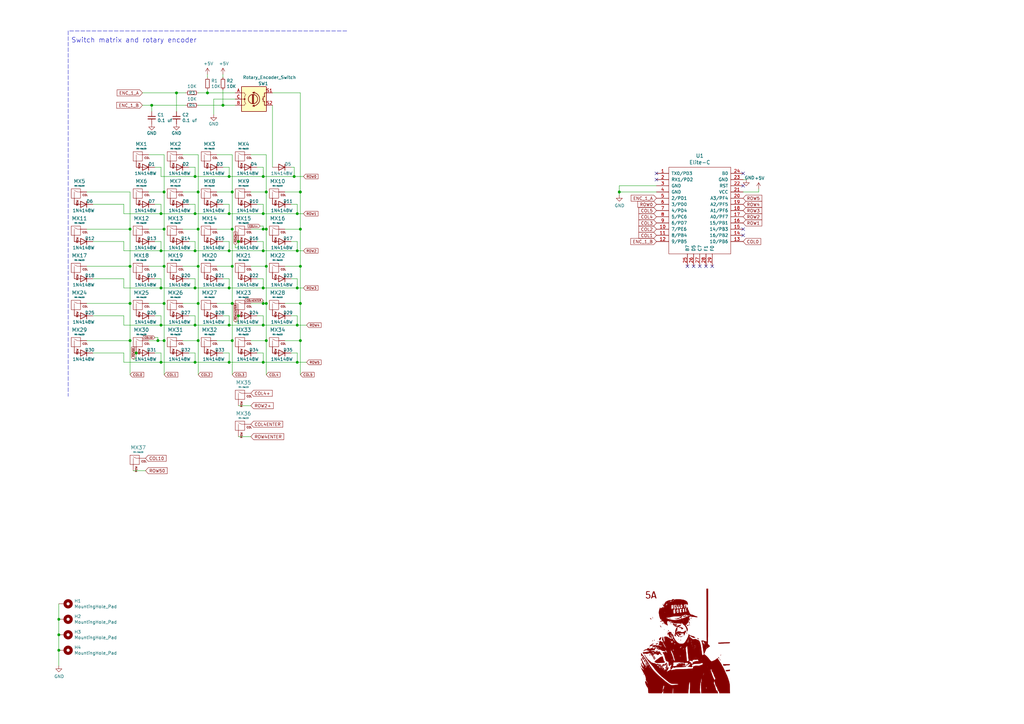
<source format=kicad_sch>
(kicad_sch (version 20210126) (generator eeschema)
  (paper "A3")
  (title_block (title "OsseyPad") (date "2021-01-03") (rev "Rev 1") (company "Osku Väyrynen"))
  (junction (at 24.13 254) (diameter 1.016))
  (junction (at 24.13 260.35) (diameter 1.016))
  (junction (at 24.13 266.7) (diameter 1.016))
  (junction (at 53.34 93.98) (diameter 1.016))
  (junction (at 53.34 109.22) (diameter 1.016))
  (junction (at 53.34 124.46) (diameter 1.016))
  (junction (at 53.34 139.7) (diameter 1.016))
  (junction (at 55.88 144.78) (diameter 1.016))
  (junction (at 62.23 43.18) (diameter 1.016))
  (junction (at 64.77 139.7) (diameter 1.016))
  (junction (at 66.04 87.63) (diameter 1.016))
  (junction (at 66.04 102.87) (diameter 1.016))
  (junction (at 66.04 118.11) (diameter 1.016))
  (junction (at 66.04 133.35) (diameter 1.016))
  (junction (at 66.04 148.59) (diameter 1.016))
  (junction (at 67.31 78.74) (diameter 1.016))
  (junction (at 67.31 93.98) (diameter 1.016))
  (junction (at 67.31 109.22) (diameter 1.016))
  (junction (at 67.31 124.46) (diameter 1.016))
  (junction (at 67.31 139.7) (diameter 1.016))
  (junction (at 72.39 38.1) (diameter 1.016))
  (junction (at 80.01 72.39) (diameter 1.016))
  (junction (at 80.01 87.63) (diameter 1.016))
  (junction (at 80.01 102.87) (diameter 1.016))
  (junction (at 80.01 118.11) (diameter 1.016))
  (junction (at 80.01 133.35) (diameter 1.016))
  (junction (at 80.01 148.59) (diameter 1.016))
  (junction (at 81.28 78.74) (diameter 1.016))
  (junction (at 81.28 93.98) (diameter 1.016))
  (junction (at 81.28 109.22) (diameter 1.016))
  (junction (at 81.28 124.46) (diameter 1.016))
  (junction (at 81.28 139.7) (diameter 1.016))
  (junction (at 85.09 38.1) (diameter 1.016))
  (junction (at 91.44 43.18) (diameter 1.016))
  (junction (at 93.98 72.39) (diameter 1.016))
  (junction (at 93.98 87.63) (diameter 1.016))
  (junction (at 93.98 102.87) (diameter 1.016))
  (junction (at 93.98 118.11) (diameter 1.016))
  (junction (at 93.98 133.35) (diameter 1.016))
  (junction (at 93.98 148.59) (diameter 1.016))
  (junction (at 95.25 78.74) (diameter 1.016))
  (junction (at 95.25 93.98) (diameter 1.016))
  (junction (at 95.25 109.22) (diameter 1.016))
  (junction (at 95.25 124.46) (diameter 1.016))
  (junction (at 95.25 139.7) (diameter 1.016))
  (junction (at 97.79 99.06) (diameter 1.016))
  (junction (at 97.79 129.54) (diameter 1.016))
  (junction (at 107.95 72.39) (diameter 1.016))
  (junction (at 107.95 87.63) (diameter 1.016))
  (junction (at 107.95 93.98) (diameter 1.016))
  (junction (at 107.95 102.87) (diameter 1.016))
  (junction (at 107.95 118.11) (diameter 1.016))
  (junction (at 107.95 124.46) (diameter 1.016))
  (junction (at 107.95 133.35) (diameter 1.016))
  (junction (at 107.95 148.59) (diameter 1.016))
  (junction (at 109.22 78.74) (diameter 1.016))
  (junction (at 109.22 93.98) (diameter 1.016))
  (junction (at 109.22 109.22) (diameter 1.016))
  (junction (at 109.22 124.46) (diameter 1.016))
  (junction (at 109.22 139.7) (diameter 1.016))
  (junction (at 120.65 72.39) (diameter 1.016))
  (junction (at 121.92 87.63) (diameter 1.016))
  (junction (at 121.92 102.87) (diameter 1.016))
  (junction (at 121.92 118.11) (diameter 1.016))
  (junction (at 121.92 133.35) (diameter 1.016))
  (junction (at 121.92 148.59) (diameter 1.016))
  (junction (at 123.19 78.74) (diameter 1.016))
  (junction (at 123.19 93.98) (diameter 1.016))
  (junction (at 123.19 109.22) (diameter 1.016))
  (junction (at 123.19 124.46) (diameter 1.016))
  (junction (at 123.19 139.7) (diameter 1.016))
  (junction (at 254 78.74) (diameter 1.016))
  (no_connect (at 269.24 71.12))
  (no_connect (at 269.24 73.66))
  (no_connect (at 281.94 109.22))
  (no_connect (at 284.48 109.22))
  (no_connect (at 287.02 109.22))
  (no_connect (at 289.56 109.22))
  (no_connect (at 292.1 109.22))
  (no_connect (at 304.8 71.12))
  (no_connect (at 304.8 76.2))
  (no_connect (at 304.8 93.98))
  (no_connect (at 304.8 96.52))
  (wire (pts (xy 24.13 247.65) (xy 24.13 254)))
  (wire (pts (xy 24.13 254) (xy 24.13 260.35)))
  (wire (pts (xy 24.13 260.35) (xy 24.13 266.7)))
  (wire (pts (xy 24.13 266.7) (xy 24.13 273.05)))
  (wire (pts (xy 35.56 78.74) (xy 53.34 78.74)))
  (wire (pts (xy 35.56 93.98) (xy 53.34 93.98)))
  (wire (pts (xy 35.56 109.22) (xy 53.34 109.22)))
  (wire (pts (xy 35.56 124.46) (xy 53.34 124.46)))
  (wire (pts (xy 35.56 139.7) (xy 53.34 139.7)))
  (wire (pts (xy 38.1 83.82) (xy 50.8 83.82)))
  (wire (pts (xy 38.1 99.06) (xy 50.8 99.06)))
  (wire (pts (xy 38.1 114.3) (xy 50.8 114.3)))
  (wire (pts (xy 38.1 129.54) (xy 50.8 129.54)))
  (wire (pts (xy 38.1 144.78) (xy 50.8 144.78)))
  (wire (pts (xy 50.8 83.82) (xy 50.8 87.63)))
  (wire (pts (xy 50.8 87.63) (xy 66.04 87.63)))
  (wire (pts (xy 50.8 99.06) (xy 50.8 102.87)))
  (wire (pts (xy 50.8 102.87) (xy 66.04 102.87)))
  (wire (pts (xy 50.8 114.3) (xy 50.8 118.11)))
  (wire (pts (xy 50.8 118.11) (xy 66.04 118.11)))
  (wire (pts (xy 50.8 129.54) (xy 50.8 133.35)))
  (wire (pts (xy 50.8 133.35) (xy 66.04 133.35)))
  (wire (pts (xy 50.8 144.78) (xy 50.8 148.59)))
  (wire (pts (xy 50.8 148.59) (xy 66.04 148.59)))
  (wire (pts (xy 53.34 78.74) (xy 53.34 93.98)))
  (wire (pts (xy 53.34 93.98) (xy 53.34 109.22)))
  (wire (pts (xy 53.34 109.22) (xy 53.34 124.46)))
  (wire (pts (xy 53.34 124.46) (xy 53.34 139.7)))
  (wire (pts (xy 53.34 139.7) (xy 53.34 153.67)))
  (wire (pts (xy 54.61 147.32) (xy 55.88 147.32)))
  (wire (pts (xy 54.61 193.04) (xy 59.69 193.04)))
  (wire (pts (xy 55.88 147.32) (xy 55.88 144.78)))
  (wire (pts (xy 58.42 38.1) (xy 72.39 38.1)))
  (wire (pts (xy 58.42 43.18) (xy 62.23 43.18)))
  (wire (pts (xy 60.96 63.5) (xy 67.31 63.5)))
  (wire (pts (xy 60.96 78.74) (xy 67.31 78.74)))
  (wire (pts (xy 60.96 93.98) (xy 67.31 93.98)))
  (wire (pts (xy 60.96 109.22) (xy 67.31 109.22)))
  (wire (pts (xy 60.96 124.46) (xy 67.31 124.46)))
  (wire (pts (xy 60.96 139.7) (xy 64.77 139.7)))
  (wire (pts (xy 62.23 43.18) (xy 76.2 43.18)))
  (wire (pts (xy 62.23 45.72) (xy 62.23 43.18)))
  (wire (pts (xy 63.5 68.58) (xy 66.04 68.58)))
  (wire (pts (xy 63.5 83.82) (xy 66.04 83.82)))
  (wire (pts (xy 63.5 99.06) (xy 66.04 99.06)))
  (wire (pts (xy 63.5 114.3) (xy 66.04 114.3)))
  (wire (pts (xy 63.5 129.54) (xy 66.04 129.54)))
  (wire (pts (xy 63.5 138.43) (xy 64.77 138.43)))
  (wire (pts (xy 63.5 144.78) (xy 66.04 144.78)))
  (wire (pts (xy 64.77 138.43) (xy 64.77 139.7)))
  (wire (pts (xy 64.77 139.7) (xy 67.31 139.7)))
  (wire (pts (xy 66.04 68.58) (xy 66.04 72.39)))
  (wire (pts (xy 66.04 72.39) (xy 80.01 72.39)))
  (wire (pts (xy 66.04 83.82) (xy 66.04 87.63)))
  (wire (pts (xy 66.04 87.63) (xy 80.01 87.63)))
  (wire (pts (xy 66.04 99.06) (xy 66.04 102.87)))
  (wire (pts (xy 66.04 102.87) (xy 80.01 102.87)))
  (wire (pts (xy 66.04 114.3) (xy 66.04 118.11)))
  (wire (pts (xy 66.04 118.11) (xy 80.01 118.11)))
  (wire (pts (xy 66.04 129.54) (xy 66.04 133.35)))
  (wire (pts (xy 66.04 133.35) (xy 80.01 133.35)))
  (wire (pts (xy 66.04 144.78) (xy 66.04 148.59)))
  (wire (pts (xy 66.04 148.59) (xy 80.01 148.59)))
  (wire (pts (xy 67.31 63.5) (xy 67.31 78.74)))
  (wire (pts (xy 67.31 78.74) (xy 67.31 93.98)))
  (wire (pts (xy 67.31 93.98) (xy 67.31 109.22)))
  (wire (pts (xy 67.31 109.22) (xy 67.31 124.46)))
  (wire (pts (xy 67.31 124.46) (xy 67.31 139.7)))
  (wire (pts (xy 67.31 153.67) (xy 67.31 139.7)))
  (wire (pts (xy 72.39 38.1) (xy 76.2 38.1)))
  (wire (pts (xy 72.39 45.72) (xy 72.39 38.1)))
  (wire (pts (xy 74.93 63.5) (xy 81.28 63.5)))
  (wire (pts (xy 74.93 78.74) (xy 81.28 78.74)))
  (wire (pts (xy 74.93 93.98) (xy 81.28 93.98)))
  (wire (pts (xy 74.93 109.22) (xy 81.28 109.22)))
  (wire (pts (xy 74.93 124.46) (xy 81.28 124.46)))
  (wire (pts (xy 74.93 139.7) (xy 81.28 139.7)))
  (wire (pts (xy 77.47 68.58) (xy 80.01 68.58)))
  (wire (pts (xy 77.47 83.82) (xy 80.01 83.82)))
  (wire (pts (xy 77.47 99.06) (xy 80.01 99.06)))
  (wire (pts (xy 77.47 114.3) (xy 80.01 114.3)))
  (wire (pts (xy 77.47 129.54) (xy 80.01 129.54)))
  (wire (pts (xy 77.47 144.78) (xy 80.01 144.78)))
  (wire (pts (xy 80.01 68.58) (xy 80.01 72.39)))
  (wire (pts (xy 80.01 72.39) (xy 93.98 72.39)))
  (wire (pts (xy 80.01 83.82) (xy 80.01 87.63)))
  (wire (pts (xy 80.01 87.63) (xy 93.98 87.63)))
  (wire (pts (xy 80.01 99.06) (xy 80.01 102.87)))
  (wire (pts (xy 80.01 102.87) (xy 93.98 102.87)))
  (wire (pts (xy 80.01 114.3) (xy 80.01 118.11)))
  (wire (pts (xy 80.01 118.11) (xy 93.98 118.11)))
  (wire (pts (xy 80.01 129.54) (xy 80.01 133.35)))
  (wire (pts (xy 80.01 133.35) (xy 93.98 133.35)))
  (wire (pts (xy 80.01 144.78) (xy 80.01 148.59)))
  (wire (pts (xy 80.01 148.59) (xy 93.98 148.59)))
  (wire (pts (xy 81.28 38.1) (xy 85.09 38.1)))
  (wire (pts (xy 81.28 63.5) (xy 81.28 78.74)))
  (wire (pts (xy 81.28 78.74) (xy 81.28 93.98)))
  (wire (pts (xy 81.28 93.98) (xy 81.28 109.22)))
  (wire (pts (xy 81.28 109.22) (xy 81.28 124.46)))
  (wire (pts (xy 81.28 124.46) (xy 81.28 139.7)))
  (wire (pts (xy 81.28 139.7) (xy 81.28 153.67)))
  (wire (pts (xy 85.09 31.75) (xy 85.09 30.48)))
  (wire (pts (xy 85.09 36.83) (xy 85.09 38.1)))
  (wire (pts (xy 85.09 38.1) (xy 96.52 38.1)))
  (wire (pts (xy 87.63 40.64) (xy 87.63 46.99)))
  (wire (pts (xy 88.9 63.5) (xy 95.25 63.5)))
  (wire (pts (xy 88.9 78.74) (xy 95.25 78.74)))
  (wire (pts (xy 88.9 93.98) (xy 95.25 93.98)))
  (wire (pts (xy 88.9 109.22) (xy 95.25 109.22)))
  (wire (pts (xy 88.9 124.46) (xy 95.25 124.46)))
  (wire (pts (xy 88.9 139.7) (xy 95.25 139.7)))
  (wire (pts (xy 91.44 31.75) (xy 91.44 30.48)))
  (wire (pts (xy 91.44 36.83) (xy 91.44 43.18)))
  (wire (pts (xy 91.44 43.18) (xy 81.28 43.18)))
  (wire (pts (xy 91.44 43.18) (xy 96.52 43.18)))
  (wire (pts (xy 91.44 68.58) (xy 93.98 68.58)))
  (wire (pts (xy 91.44 83.82) (xy 93.98 83.82)))
  (wire (pts (xy 91.44 99.06) (xy 93.98 99.06)))
  (wire (pts (xy 91.44 114.3) (xy 93.98 114.3)))
  (wire (pts (xy 91.44 129.54) (xy 93.98 129.54)))
  (wire (pts (xy 91.44 144.78) (xy 93.98 144.78)))
  (wire (pts (xy 93.98 68.58) (xy 93.98 72.39)))
  (wire (pts (xy 93.98 72.39) (xy 107.95 72.39)))
  (wire (pts (xy 93.98 83.82) (xy 93.98 87.63)))
  (wire (pts (xy 93.98 87.63) (xy 107.95 87.63)))
  (wire (pts (xy 93.98 99.06) (xy 93.98 102.87)))
  (wire (pts (xy 93.98 102.87) (xy 107.95 102.87)))
  (wire (pts (xy 93.98 114.3) (xy 93.98 118.11)))
  (wire (pts (xy 93.98 118.11) (xy 107.95 118.11)))
  (wire (pts (xy 93.98 129.54) (xy 93.98 133.35)))
  (wire (pts (xy 93.98 133.35) (xy 107.95 133.35)))
  (wire (pts (xy 93.98 144.78) (xy 93.98 148.59)))
  (wire (pts (xy 93.98 148.59) (xy 107.95 148.59)))
  (wire (pts (xy 95.25 63.5) (xy 95.25 78.74)))
  (wire (pts (xy 95.25 78.74) (xy 95.25 93.98)))
  (wire (pts (xy 95.25 93.98) (xy 95.25 109.22)))
  (wire (pts (xy 95.25 109.22) (xy 95.25 124.46)))
  (wire (pts (xy 95.25 124.46) (xy 95.25 139.7)))
  (wire (pts (xy 95.25 153.67) (xy 95.25 139.7)))
  (wire (pts (xy 96.52 40.64) (xy 87.63 40.64)))
  (wire (pts (xy 96.52 101.6) (xy 96.52 100.33)))
  (wire (pts (xy 96.52 132.08) (xy 97.79 132.08)))
  (wire (pts (xy 97.79 99.06) (xy 97.79 101.6)))
  (wire (pts (xy 97.79 101.6) (xy 96.52 101.6)))
  (wire (pts (xy 97.79 132.08) (xy 97.79 129.54)))
  (wire (pts (xy 97.79 166.37) (xy 102.87 166.37)))
  (wire (pts (xy 97.79 179.07) (xy 102.87 179.07)))
  (wire (pts (xy 102.87 63.5) (xy 109.22 63.5)))
  (wire (pts (xy 102.87 78.74) (xy 109.22 78.74)))
  (wire (pts (xy 102.87 93.98) (xy 107.95 93.98)))
  (wire (pts (xy 102.87 109.22) (xy 109.22 109.22)))
  (wire (pts (xy 102.87 124.46) (xy 107.95 124.46)))
  (wire (pts (xy 102.87 139.7) (xy 109.22 139.7)))
  (wire (pts (xy 105.41 68.58) (xy 107.95 68.58)))
  (wire (pts (xy 105.41 83.82) (xy 107.95 83.82)))
  (wire (pts (xy 105.41 99.06) (xy 107.95 99.06)))
  (wire (pts (xy 105.41 114.3) (xy 107.95 114.3)))
  (wire (pts (xy 105.41 129.54) (xy 107.95 129.54)))
  (wire (pts (xy 105.41 144.78) (xy 107.95 144.78)))
  (wire (pts (xy 106.68 92.71) (xy 107.95 92.71)))
  (wire (pts (xy 107.95 68.58) (xy 107.95 72.39)))
  (wire (pts (xy 107.95 72.39) (xy 120.65 72.39)))
  (wire (pts (xy 107.95 83.82) (xy 107.95 87.63)))
  (wire (pts (xy 107.95 87.63) (xy 121.92 87.63)))
  (wire (pts (xy 107.95 92.71) (xy 107.95 93.98)))
  (wire (pts (xy 107.95 93.98) (xy 109.22 93.98)))
  (wire (pts (xy 107.95 99.06) (xy 107.95 102.87)))
  (wire (pts (xy 107.95 102.87) (xy 121.92 102.87)))
  (wire (pts (xy 107.95 114.3) (xy 107.95 118.11)))
  (wire (pts (xy 107.95 118.11) (xy 121.92 118.11)))
  (wire (pts (xy 107.95 123.19) (xy 107.95 124.46)))
  (wire (pts (xy 107.95 124.46) (xy 109.22 124.46)))
  (wire (pts (xy 107.95 129.54) (xy 107.95 133.35)))
  (wire (pts (xy 107.95 133.35) (xy 121.92 133.35)))
  (wire (pts (xy 107.95 144.78) (xy 107.95 148.59)))
  (wire (pts (xy 107.95 148.59) (xy 121.92 148.59)))
  (wire (pts (xy 109.22 63.5) (xy 109.22 78.74)))
  (wire (pts (xy 109.22 78.74) (xy 109.22 93.98)))
  (wire (pts (xy 109.22 93.98) (xy 109.22 109.22)))
  (wire (pts (xy 109.22 109.22) (xy 109.22 124.46)))
  (wire (pts (xy 109.22 124.46) (xy 109.22 139.7)))
  (wire (pts (xy 109.22 139.7) (xy 109.22 153.67)))
  (wire (pts (xy 111.76 38.1) (xy 123.19 38.1)))
  (wire (pts (xy 111.76 68.58) (xy 111.76 43.18)))
  (wire (pts (xy 116.84 78.74) (xy 123.19 78.74)))
  (wire (pts (xy 116.84 93.98) (xy 123.19 93.98)))
  (wire (pts (xy 116.84 109.22) (xy 123.19 109.22)))
  (wire (pts (xy 116.84 124.46) (xy 123.19 124.46)))
  (wire (pts (xy 116.84 139.7) (xy 123.19 139.7)))
  (wire (pts (xy 119.38 68.58) (xy 120.65 68.58)))
  (wire (pts (xy 119.38 83.82) (xy 121.92 83.82)))
  (wire (pts (xy 119.38 99.06) (xy 121.92 99.06)))
  (wire (pts (xy 119.38 114.3) (xy 121.92 114.3)))
  (wire (pts (xy 119.38 129.54) (xy 121.92 129.54)))
  (wire (pts (xy 119.38 144.78) (xy 121.92 144.78)))
  (wire (pts (xy 120.65 68.58) (xy 120.65 72.39)))
  (wire (pts (xy 120.65 72.39) (xy 124.46 72.39)))
  (wire (pts (xy 121.92 83.82) (xy 121.92 87.63)))
  (wire (pts (xy 121.92 87.63) (xy 124.46 87.63)))
  (wire (pts (xy 121.92 99.06) (xy 121.92 102.87)))
  (wire (pts (xy 121.92 102.87) (xy 124.46 102.87)))
  (wire (pts (xy 121.92 114.3) (xy 121.92 118.11)))
  (wire (pts (xy 121.92 118.11) (xy 124.46 118.11)))
  (wire (pts (xy 121.92 129.54) (xy 121.92 133.35)))
  (wire (pts (xy 121.92 133.35) (xy 125.73 133.35)))
  (wire (pts (xy 121.92 144.78) (xy 121.92 148.59)))
  (wire (pts (xy 121.92 148.59) (xy 125.73 148.59)))
  (wire (pts (xy 123.19 78.74) (xy 123.19 38.1)))
  (wire (pts (xy 123.19 78.74) (xy 123.19 93.98)))
  (wire (pts (xy 123.19 93.98) (xy 123.19 109.22)))
  (wire (pts (xy 123.19 109.22) (xy 123.19 124.46)))
  (wire (pts (xy 123.19 124.46) (xy 123.19 139.7)))
  (wire (pts (xy 123.19 139.7) (xy 123.19 153.67)))
  (wire (pts (xy 254 76.2) (xy 254 78.74)))
  (wire (pts (xy 254 78.74) (xy 254 80.01)))
  (wire (pts (xy 269.24 76.2) (xy 254 76.2)))
  (wire (pts (xy 269.24 78.74) (xy 254 78.74)))
  (wire (pts (xy 304.8 73.66) (xy 306.07 73.66)))
  (wire (pts (xy 304.8 78.74) (xy 311.15 78.74)))
  (wire (pts (xy 311.15 78.74) (xy 311.15 77.47)))
  (polyline (pts (xy 27.94 12.7) (xy 27.94 162.56)) (stroke (width 0) (type dash)))
  (polyline (pts (xy 142.24 12.7) (xy 27.94 12.7)) (stroke (width 0) (type dash)))
  (text "Switch matrix and rotary encoder" (at 29.21 17.78 0) (effects (font (size 2.0066 2.0066)) (justify left bottom)))
  (global_label "COL0" (shape input) (at 53.34 153.67 0) (effects (font (size 0.9906 0.9906))) (property "Intersheet References" "${INTERSHEET_REFS}" (effects hide)))
  (global_label "ROW50" (shape input) (at 54.61 147.32 90) (effects (font (size 0.7112 0.7112))) (property "Intersheet References" "${INTERSHEET_REFS}" (effects hide)))
  (global_label "ENC_1_A" (shape input) (at 58.42 38.1 180) (property "Intersheet References" "${INTERSHEET_REFS}" (effects hide)))
  (global_label "ENC_1_B" (shape input) (at 58.42 43.18 180) (property "Intersheet References" "${INTERSHEET_REFS}" (effects hide)))
  (global_label "COL10" (shape input) (at 59.69 187.96 0) (property "Intersheet References" "${INTERSHEET_REFS}" (effects hide)))
  (global_label "ROW50" (shape input) (at 59.69 193.04 0) (property "Intersheet References" "${INTERSHEET_REFS}" (effects hide)))
  (global_label "COL10" (shape input) (at 63.5 138.43 180) (effects (font (size 0.7112 0.7112))) (property "Intersheet References" "${INTERSHEET_REFS}" (effects hide)))
  (global_label "COL1" (shape input) (at 67.31 153.67 0) (effects (font (size 0.9906 0.9906))) (property "Intersheet References" "${INTERSHEET_REFS}" (effects hide)))
  (global_label "COL2" (shape input) (at 81.28 153.67 0) (effects (font (size 0.9906 0.9906))) (property "Intersheet References" "${INTERSHEET_REFS}" (effects hide)))
  (global_label "COL3" (shape input) (at 95.25 153.67 0) (effects (font (size 0.9906 0.9906))) (property "Intersheet References" "${INTERSHEET_REFS}" (effects hide)))
  (global_label "ROW2+" (shape input) (at 96.52 100.33 90) (effects (font (size 0.7112 0.7112))) (property "Intersheet References" "${INTERSHEET_REFS}" (effects hide)))
  (global_label "ROW4ENTER" (shape input) (at 96.52 132.08 90) (effects (font (size 0.7112 0.7112))) (property "Intersheet References" "${INTERSHEET_REFS}" (effects hide)))
  (global_label "COL4+" (shape input) (at 102.87 161.29 0) (property "Intersheet References" "${INTERSHEET_REFS}" (effects hide)))
  (global_label "ROW2+" (shape input) (at 102.87 166.37 0) (property "Intersheet References" "${INTERSHEET_REFS}" (effects hide)))
  (global_label "COL4ENTER" (shape input) (at 102.87 173.99 0) (property "Intersheet References" "${INTERSHEET_REFS}" (effects hide)))
  (global_label "ROW4ENTER" (shape input) (at 102.87 179.07 0) (property "Intersheet References" "${INTERSHEET_REFS}" (effects hide)))
  (global_label "COL4+" (shape input) (at 106.68 92.71 180) (effects (font (size 0.7112 0.7112))) (property "Intersheet References" "${INTERSHEET_REFS}" (effects hide)))
  (global_label "COL4ENTER" (shape input) (at 107.95 123.19 180) (effects (font (size 0.7112 0.7112))) (property "Intersheet References" "${INTERSHEET_REFS}" (effects hide)))
  (global_label "COL4" (shape input) (at 109.22 153.67 0) (effects (font (size 0.9906 0.9906))) (property "Intersheet References" "${INTERSHEET_REFS}" (effects hide)))
  (global_label "COL5" (shape input) (at 123.19 153.67 0) (effects (font (size 0.9906 0.9906))) (property "Intersheet References" "${INTERSHEET_REFS}" (effects hide)))
  (global_label "ROW0" (shape input) (at 124.46 72.39 0) (effects (font (size 0.9906 0.9906))) (property "Intersheet References" "${INTERSHEET_REFS}" (effects hide)))
  (global_label "ROW1" (shape input) (at 124.46 87.63 0) (effects (font (size 0.9906 0.9906))) (property "Intersheet References" "${INTERSHEET_REFS}" (effects hide)))
  (global_label "ROW2" (shape input) (at 124.46 102.87 0) (effects (font (size 0.9906 0.9906))) (property "Intersheet References" "${INTERSHEET_REFS}" (effects hide)))
  (global_label "ROW3" (shape input) (at 124.46 118.11 0) (effects (font (size 0.9906 0.9906))) (property "Intersheet References" "${INTERSHEET_REFS}" (effects hide)))
  (global_label "ROW4" (shape input) (at 125.73 133.35 0) (effects (font (size 0.9906 0.9906))) (property "Intersheet References" "${INTERSHEET_REFS}" (effects hide)))
  (global_label "ROW5" (shape input) (at 125.73 148.59 0) (effects (font (size 0.9906 0.9906))) (property "Intersheet References" "${INTERSHEET_REFS}" (effects hide)))
  (global_label "ENC_1_A" (shape input) (at 269.24 81.28 180) (property "Intersheet References" "${INTERSHEET_REFS}" (effects hide)))
  (global_label "ROW0" (shape input) (at 269.24 83.82 180) (property "Intersheet References" "${INTERSHEET_REFS}" (effects hide)))
  (global_label "COL5" (shape input) (at 269.24 86.36 180) (property "Intersheet References" "${INTERSHEET_REFS}" (effects hide)))
  (global_label "COL4" (shape input) (at 269.24 88.9 180) (property "Intersheet References" "${INTERSHEET_REFS}" (effects hide)))
  (global_label "COL3" (shape input) (at 269.24 91.44 180) (property "Intersheet References" "${INTERSHEET_REFS}" (effects hide)))
  (global_label "COL2" (shape input) (at 269.24 93.98 180) (property "Intersheet References" "${INTERSHEET_REFS}" (effects hide)))
  (global_label "COL1" (shape input) (at 269.24 96.52 180) (property "Intersheet References" "${INTERSHEET_REFS}" (effects hide)))
  (global_label "ENC_1_B" (shape input) (at 269.24 99.06 180) (property "Intersheet References" "${INTERSHEET_REFS}" (effects hide)))
  (global_label "ROW5" (shape input) (at 304.8 81.28 0) (property "Intersheet References" "${INTERSHEET_REFS}" (effects hide)))
  (global_label "ROW4" (shape input) (at 304.8 83.82 0) (property "Intersheet References" "${INTERSHEET_REFS}" (effects hide)))
  (global_label "ROW3" (shape input) (at 304.8 86.36 0) (property "Intersheet References" "${INTERSHEET_REFS}" (effects hide)))
  (global_label "ROW2" (shape input) (at 304.8 88.9 0) (property "Intersheet References" "${INTERSHEET_REFS}" (effects hide)))
  (global_label "ROW1" (shape input) (at 304.8 91.44 0) (property "Intersheet References" "${INTERSHEET_REFS}" (effects hide)))
  (global_label "COL0" (shape input) (at 304.8 99.06 0) (property "Intersheet References" "${INTERSHEET_REFS}" (effects hide)))
  (symbol (lib_id "power:+5V") (at 85.09 30.48 0) (unit 1)
    (property "Reference" "#PWR08" (effects hide))
    (property "Value" "+5V" (at 85.471 26.0858 0))
  )
  (symbol (lib_id "power:+5V") (at 91.44 30.48 0) (unit 1)
    (property "Reference" "#PWR09" (effects hide))
    (property "Value" "+5V" (at 91.821 26.0858 0))
  )
  (symbol (lib_id "power:+5V") (at 311.15 77.47 0) (unit 1)
    (property "Reference" "#PWR02" (effects hide))
    (property "Value" "+5V" (at 311.531 73.0758 0))
  )
  (symbol (lib_id "power:GND") (at 24.13 273.05 0) (unit 1)
    (property "Reference" "#PWR06" (effects hide))
    (property "Value" "GND" (at 24.257 277.4442 0))
  )
  (symbol (lib_id "power:GND") (at 62.23 50.8 0) (unit 1)
    (property "Reference" "#PWR04" (effects hide))
    (property "Value" "GND" (at 62.23 54.61 0))
  )
  (symbol (lib_id "power:GND") (at 72.39 50.8 0) (unit 1)
    (property "Reference" "#PWR05" (effects hide))
    (property "Value" "GND" (at 72.39 54.61 0))
  )
  (symbol (lib_id "power:GND") (at 87.63 46.99 0) (unit 1)
    (property "Reference" "#PWR03" (effects hide))
    (property "Value" "GND" (at 87.63 50.8 0))
  )
  (symbol (lib_id "power:GND") (at 254 80.01 0) (unit 1)
    (property "Reference" "#PWR07" (effects hide))
    (property "Value" "GND" (at 254.1143 84.3344 0))
  )
  (symbol (lib_id "power:GND") (at 306.07 73.66 0) (unit 1)
    (property "Reference" "#PWR01" (effects hide))
    (property "Value" "GND" (at 307.4543 72.9044 0))
  )
  (symbol (lib_id "Device:R_Small") (at 78.74 38.1 270) (unit 1)
    (property "Reference" "R3" (at 78.74 38.1 90))
    (property "Value" "10K" (at 78.74 35.433 90))
    (property "Footprint" "Resistor_THT:R_Axial_DIN0207_L6.3mm_D2.5mm_P7.62mm_Horizontal" (effects hide))
  )
  (symbol (lib_id "Device:R_Small") (at 78.74 43.18 270) (unit 1)
    (property "Reference" "R4" (at 78.74 43.18 90))
    (property "Value" "10K" (at 78.74 40.64 90))
    (property "Footprint" "Resistor_THT:R_Axial_DIN0207_L6.3mm_D2.5mm_P7.62mm_Horizontal" (effects hide))
  )
  (symbol (lib_id "Device:R_Small") (at 85.09 34.29 0) (unit 1)
    (property "Reference" "R1" (at 86.5886 33.1216 0) (effects (justify left)))
    (property "Value" "10K" (at 86.5886 35.433 0) (effects (justify left)))
    (property "Footprint" "Resistor_THT:R_Axial_DIN0207_L6.3mm_D2.5mm_P7.62mm_Horizontal" (effects hide))
  )
  (symbol (lib_id "Device:R_Small") (at 91.44 34.29 0) (unit 1)
    (property "Reference" "R2" (at 92.9386 33.1216 0) (effects (justify left)))
    (property "Value" "10K" (at 92.9386 35.433 0) (effects (justify left)))
    (property "Footprint" "Resistor_THT:R_Axial_DIN0207_L6.3mm_D2.5mm_P7.62mm_Horizontal" (effects hide))
  )
  (symbol (lib_id "Device:C_Small") (at 62.23 48.26 0) (unit 1)
    (property "Reference" "C1" (at 64.5668 47.0916 0) (effects (justify left)))
    (property "Value" "0.1 uf" (at 64.5668 49.403 0) (effects (justify left)))
    (property "Footprint" "Capacitor_THT:C_Disc_D3.0mm_W2.0mm_P2.50mm" (effects hide))
  )
  (symbol (lib_id "Device:C_Small") (at 72.39 48.26 0) (unit 1)
    (property "Reference" "C2" (at 74.7268 47.0916 0) (effects (justify left)))
    (property "Value" "0.1 uf" (at 74.7268 49.403 0) (effects (justify left)))
    (property "Footprint" "Capacitor_THT:C_Disc_D3.0mm_W2.0mm_P2.50mm" (effects hide))
  )
  (symbol (lib_id "Mechanical:MountingHole_Pad") (at 26.67 247.65 270) (unit 1)
    (property "Reference" "H1" (at 30.48 246.4816 90) (effects (justify left)))
    (property "Value" "MountingHole_Pad" (at 30.48 248.793 90) (effects (justify left)))
    (property "Footprint" "MountingHole:MountingHole_4.3mm_M4_Pad_Via" (effects hide))
  )
  (symbol (lib_id "Mechanical:MountingHole_Pad") (at 26.67 254 270) (unit 1)
    (property "Reference" "H2" (at 30.48 252.8316 90) (effects (justify left)))
    (property "Value" "MountingHole_Pad" (at 30.48 255.143 90) (effects (justify left)))
    (property "Footprint" "MountingHole:MountingHole_4.3mm_M4_Pad_Via" (effects hide))
  )
  (symbol (lib_id "Mechanical:MountingHole_Pad") (at 26.67 260.35 270) (unit 1)
    (property "Reference" "H3" (at 30.48 259.1816 90) (effects (justify left)))
    (property "Value" "MountingHole_Pad" (at 30.48 261.493 90) (effects (justify left)))
    (property "Footprint" "MountingHole:MountingHole_4.3mm_M4_Pad_Via" (effects hide))
  )
  (symbol (lib_id "Mechanical:MountingHole_Pad") (at 26.67 266.7 270) (unit 1)
    (property "Reference" "H4" (at 30.48 265.5316 90) (effects (justify left)))
    (property "Value" "MountingHole_Pad" (at 30.48 267.843 90) (effects (justify left)))
    (property "Footprint" "MountingHole:MountingHole_4.3mm_M4_Pad_Via" (effects hide))
  )
  (symbol (lib_id "Diode:1N4148") (at 34.29 83.82 180) (unit 1)
    (property "Reference" "D6" (at 36.83 82.55 0))
    (property "Value" "1N4148W" (at 34.29 86.36 0))
    (property "Footprint" "Diode_THT:D_DO-35_SOD27_P7.62mm_Horizontal" (effects hide))
    (property "Datasheet" "https://assets.nexperia.com/documents/data-sheet/1N4148_1N4448.pdf" (effects hide))
  )
  (symbol (lib_id "Diode:1N4148") (at 34.29 99.06 180) (unit 1)
    (property "Reference" "D12" (at 36.83 97.79 0))
    (property "Value" "1N4148W" (at 34.29 101.6 0))
    (property "Footprint" "Diode_THT:D_DO-35_SOD27_P7.62mm_Horizontal" (effects hide))
    (property "Datasheet" "https://assets.nexperia.com/documents/data-sheet/1N4148_1N4448.pdf" (effects hide))
  )
  (symbol (lib_id "Diode:1N4148") (at 34.29 114.3 180) (unit 1)
    (property "Reference" "D18" (at 36.83 113.03 0))
    (property "Value" "1N4148W" (at 34.29 116.84 0))
    (property "Footprint" "Diode_THT:D_DO-35_SOD27_P7.62mm_Horizontal" (effects hide))
    (property "Datasheet" "https://assets.nexperia.com/documents/data-sheet/1N4148_1N4448.pdf" (effects hide))
  )
  (symbol (lib_id "Diode:1N4148") (at 34.29 129.54 180) (unit 1)
    (property "Reference" "D25" (at 36.83 128.27 0))
    (property "Value" "1N4148W" (at 34.29 132.08 0))
    (property "Footprint" "Diode_THT:D_DO-35_SOD27_P7.62mm_Horizontal" (effects hide))
    (property "Datasheet" "https://assets.nexperia.com/documents/data-sheet/1N4148_1N4448.pdf" (effects hide))
  )
  (symbol (lib_id "Diode:1N4148") (at 34.29 144.78 180) (unit 1)
    (property "Reference" "D30" (at 36.83 143.51 0))
    (property "Value" "1N4148W" (at 34.29 147.32 0))
    (property "Footprint" "Diode_THT:D_DO-35_SOD27_P7.62mm_Horizontal" (effects hide))
    (property "Datasheet" "https://assets.nexperia.com/documents/data-sheet/1N4148_1N4448.pdf" (effects hide))
  )
  (symbol (lib_id "Diode:1N4148") (at 59.69 68.58 180) (unit 1)
    (property "Reference" "D1" (at 62.23 67.31 0))
    (property "Value" "1N4148W" (at 59.69 71.12 0))
    (property "Footprint" "Diode_THT:D_DO-35_SOD27_P7.62mm_Horizontal" (effects hide))
    (property "Datasheet" "https://assets.nexperia.com/documents/data-sheet/1N4148_1N4448.pdf" (effects hide))
  )
  (symbol (lib_id "Diode:1N4148") (at 59.69 83.82 180) (unit 1)
    (property "Reference" "D7" (at 62.23 82.55 0))
    (property "Value" "1N4148W" (at 59.69 86.36 0))
    (property "Footprint" "Diode_THT:D_DO-35_SOD27_P7.62mm_Horizontal" (effects hide))
    (property "Datasheet" "https://assets.nexperia.com/documents/data-sheet/1N4148_1N4448.pdf" (effects hide))
  )
  (symbol (lib_id "Diode:1N4148") (at 59.69 99.06 180) (unit 1)
    (property "Reference" "D13" (at 62.23 97.79 0))
    (property "Value" "1N4148W" (at 59.69 101.6 0))
    (property "Footprint" "Diode_THT:D_DO-35_SOD27_P7.62mm_Horizontal" (effects hide))
    (property "Datasheet" "https://assets.nexperia.com/documents/data-sheet/1N4148_1N4448.pdf" (effects hide))
  )
  (symbol (lib_id "Diode:1N4148") (at 59.69 114.3 180) (unit 1)
    (property "Reference" "D19" (at 62.23 113.03 0))
    (property "Value" "1N4148W" (at 59.69 116.84 0))
    (property "Footprint" "Diode_THT:D_DO-35_SOD27_P7.62mm_Horizontal" (effects hide))
    (property "Datasheet" "https://assets.nexperia.com/documents/data-sheet/1N4148_1N4448.pdf" (effects hide))
  )
  (symbol (lib_id "Diode:1N4148") (at 59.69 129.54 180) (unit 1)
    (property "Reference" "D26" (at 62.23 128.27 0))
    (property "Value" "1N4148W" (at 59.69 132.08 0))
    (property "Footprint" "Diode_THT:D_DO-35_SOD27_P7.62mm_Horizontal" (effects hide))
    (property "Datasheet" "https://assets.nexperia.com/documents/data-sheet/1N4148_1N4448.pdf" (effects hide))
  )
  (symbol (lib_id "Diode:1N4148") (at 59.69 144.78 180) (unit 1)
    (property "Reference" "D31" (at 62.23 143.51 0))
    (property "Value" "1N4148W" (at 59.69 147.32 0))
    (property "Footprint" "Diode_THT:D_DO-35_SOD27_P7.62mm_Horizontal" (effects hide))
    (property "Datasheet" "https://assets.nexperia.com/documents/data-sheet/1N4148_1N4448.pdf" (effects hide))
  )
  (symbol (lib_id "Diode:1N4148") (at 73.66 68.58 180) (unit 1)
    (property "Reference" "D2" (at 76.2 67.31 0))
    (property "Value" "1N4148W" (at 73.66 71.12 0))
    (property "Footprint" "Diode_THT:D_DO-35_SOD27_P7.62mm_Horizontal" (effects hide))
    (property "Datasheet" "https://assets.nexperia.com/documents/data-sheet/1N4148_1N4448.pdf" (effects hide))
  )
  (symbol (lib_id "Diode:1N4148") (at 73.66 83.82 180) (unit 1)
    (property "Reference" "D8" (at 76.2 82.55 0))
    (property "Value" "1N4148W" (at 73.66 86.36 0))
    (property "Footprint" "Diode_THT:D_DO-35_SOD27_P7.62mm_Horizontal" (effects hide))
    (property "Datasheet" "https://assets.nexperia.com/documents/data-sheet/1N4148_1N4448.pdf" (effects hide))
  )
  (symbol (lib_id "Diode:1N4148") (at 73.66 99.06 180) (unit 1)
    (property "Reference" "D14" (at 76.2 97.79 0))
    (property "Value" "1N4148W" (at 73.66 101.6 0))
    (property "Footprint" "Diode_THT:D_DO-35_SOD27_P7.62mm_Horizontal" (effects hide))
    (property "Datasheet" "https://assets.nexperia.com/documents/data-sheet/1N4148_1N4448.pdf" (effects hide))
  )
  (symbol (lib_id "Diode:1N4148") (at 73.66 114.3 180) (unit 1)
    (property "Reference" "D20" (at 76.2 113.03 0))
    (property "Value" "1N4148W" (at 73.66 116.84 0))
    (property "Footprint" "Diode_THT:D_DO-35_SOD27_P7.62mm_Horizontal" (effects hide))
    (property "Datasheet" "https://assets.nexperia.com/documents/data-sheet/1N4148_1N4448.pdf" (effects hide))
  )
  (symbol (lib_id "Diode:1N4148") (at 73.66 129.54 180) (unit 1)
    (property "Reference" "D27" (at 76.2 128.27 0))
    (property "Value" "1N4148W" (at 73.66 132.08 0))
    (property "Footprint" "Diode_THT:D_DO-35_SOD27_P7.62mm_Horizontal" (effects hide))
    (property "Datasheet" "https://assets.nexperia.com/documents/data-sheet/1N4148_1N4448.pdf" (effects hide))
  )
  (symbol (lib_id "Diode:1N4148") (at 73.66 144.78 180) (unit 1)
    (property "Reference" "D32" (at 76.2 143.51 0))
    (property "Value" "1N4148W" (at 73.66 147.32 0))
    (property "Footprint" "Diode_THT:D_DO-35_SOD27_P7.62mm_Horizontal" (effects hide))
    (property "Datasheet" "https://assets.nexperia.com/documents/data-sheet/1N4148_1N4448.pdf" (effects hide))
  )
  (symbol (lib_id "Diode:1N4148") (at 87.63 68.58 180) (unit 1)
    (property "Reference" "D3" (at 90.17 67.31 0))
    (property "Value" "1N4148W" (at 87.63 71.12 0))
    (property "Footprint" "Diode_THT:D_DO-35_SOD27_P7.62mm_Horizontal" (effects hide))
    (property "Datasheet" "https://assets.nexperia.com/documents/data-sheet/1N4148_1N4448.pdf" (effects hide))
  )
  (symbol (lib_id "Diode:1N4148") (at 87.63 83.82 180) (unit 1)
    (property "Reference" "D9" (at 90.17 82.55 0))
    (property "Value" "1N4148W" (at 87.63 86.36 0))
    (property "Footprint" "Diode_THT:D_DO-35_SOD27_P7.62mm_Horizontal" (effects hide))
    (property "Datasheet" "https://assets.nexperia.com/documents/data-sheet/1N4148_1N4448.pdf" (effects hide))
  )
  (symbol (lib_id "Diode:1N4148") (at 87.63 99.06 180) (unit 1)
    (property "Reference" "D15" (at 90.17 97.79 0))
    (property "Value" "1N4148W" (at 87.63 101.6 0))
    (property "Footprint" "Diode_THT:D_DO-35_SOD27_P7.62mm_Horizontal" (effects hide))
    (property "Datasheet" "https://assets.nexperia.com/documents/data-sheet/1N4148_1N4448.pdf" (effects hide))
  )
  (symbol (lib_id "Diode:1N4148") (at 87.63 114.3 180) (unit 1)
    (property "Reference" "D21" (at 90.17 113.03 0))
    (property "Value" "1N4148W" (at 87.63 116.84 0))
    (property "Footprint" "Diode_THT:D_DO-35_SOD27_P7.62mm_Horizontal" (effects hide))
    (property "Datasheet" "https://assets.nexperia.com/documents/data-sheet/1N4148_1N4448.pdf" (effects hide))
  )
  (symbol (lib_id "Diode:1N4148") (at 87.63 129.54 180) (unit 1)
    (property "Reference" "D28" (at 90.17 128.27 0))
    (property "Value" "1N4148W" (at 87.63 132.08 0))
    (property "Footprint" "Diode_THT:D_DO-35_SOD27_P7.62mm_Horizontal" (effects hide))
    (property "Datasheet" "https://assets.nexperia.com/documents/data-sheet/1N4148_1N4448.pdf" (effects hide))
  )
  (symbol (lib_id "Diode:1N4148") (at 87.63 144.78 180) (unit 1)
    (property "Reference" "D33" (at 90.17 143.51 0))
    (property "Value" "1N4148W" (at 87.63 147.32 0))
    (property "Footprint" "Diode_THT:D_DO-35_SOD27_P7.62mm_Horizontal" (effects hide))
    (property "Datasheet" "https://assets.nexperia.com/documents/data-sheet/1N4148_1N4448.pdf" (effects hide))
  )
  (symbol (lib_id "Diode:1N4148") (at 101.6 68.58 180) (unit 1)
    (property "Reference" "D4" (at 104.14 67.31 0))
    (property "Value" "1N4148W" (at 101.6 71.12 0))
    (property "Footprint" "Diode_THT:D_DO-35_SOD27_P7.62mm_Horizontal" (effects hide))
    (property "Datasheet" "https://assets.nexperia.com/documents/data-sheet/1N4148_1N4448.pdf" (effects hide))
  )
  (symbol (lib_id "Diode:1N4148") (at 101.6 83.82 180) (unit 1)
    (property "Reference" "D10" (at 104.14 82.55 0))
    (property "Value" "1N4148W" (at 101.6 86.36 0))
    (property "Footprint" "Diode_THT:D_DO-35_SOD27_P7.62mm_Horizontal" (effects hide))
    (property "Datasheet" "https://assets.nexperia.com/documents/data-sheet/1N4148_1N4448.pdf" (effects hide))
  )
  (symbol (lib_id "Diode:1N4148") (at 101.6 99.06 180) (unit 1)
    (property "Reference" "D16" (at 104.14 97.79 0))
    (property "Value" "1N4148W" (at 101.6 101.6 0))
    (property "Footprint" "Diode_THT:D_DO-35_SOD27_P7.62mm_Horizontal" (effects hide))
    (property "Datasheet" "https://assets.nexperia.com/documents/data-sheet/1N4148_1N4448.pdf" (effects hide))
  )
  (symbol (lib_id "Diode:1N4148") (at 101.6 114.3 180) (unit 1)
    (property "Reference" "D22" (at 104.14 113.03 0))
    (property "Value" "1N4148W" (at 101.6 116.84 0))
    (property "Footprint" "Diode_THT:D_DO-35_SOD27_P7.62mm_Horizontal" (effects hide))
    (property "Datasheet" "https://assets.nexperia.com/documents/data-sheet/1N4148_1N4448.pdf" (effects hide))
  )
  (symbol (lib_id "Diode:1N4148") (at 101.6 129.54 180) (unit 1)
    (property "Reference" "D24" (at 104.14 128.27 0))
    (property "Value" "1N4148W" (at 101.6 132.08 0))
    (property "Footprint" "Diode_THT:D_DO-35_SOD27_P7.62mm_Horizontal" (effects hide))
    (property "Datasheet" "https://assets.nexperia.com/documents/data-sheet/1N4148_1N4448.pdf" (effects hide))
  )
  (symbol (lib_id "Diode:1N4148") (at 101.6 144.78 180) (unit 1)
    (property "Reference" "D34" (at 104.14 143.51 0))
    (property "Value" "1N4148W" (at 101.6 147.32 0))
    (property "Footprint" "Diode_THT:D_DO-35_SOD27_P7.62mm_Horizontal" (effects hide))
    (property "Datasheet" "https://assets.nexperia.com/documents/data-sheet/1N4148_1N4448.pdf" (effects hide))
  )
  (symbol (lib_id "Diode:1N4148") (at 115.57 68.58 180) (unit 1)
    (property "Reference" "D5" (at 118.11 67.31 0))
    (property "Value" "1N4148W" (at 115.57 71.12 0))
    (property "Footprint" "Diode_THT:D_DO-35_SOD27_P7.62mm_Horizontal" (effects hide))
    (property "Datasheet" "https://assets.nexperia.com/documents/data-sheet/1N4148_1N4448.pdf" (effects hide))
  )
  (symbol (lib_id "Diode:1N4148") (at 115.57 83.82 180) (unit 1)
    (property "Reference" "D11" (at 118.11 82.55 0))
    (property "Value" "1N4148W" (at 115.57 86.36 0))
    (property "Footprint" "Diode_THT:D_DO-35_SOD27_P7.62mm_Horizontal" (effects hide))
    (property "Datasheet" "https://assets.nexperia.com/documents/data-sheet/1N4148_1N4448.pdf" (effects hide))
  )
  (symbol (lib_id "Diode:1N4148") (at 115.57 99.06 180) (unit 1)
    (property "Reference" "D17" (at 118.11 97.79 0))
    (property "Value" "1N4148W" (at 115.57 101.6 0))
    (property "Footprint" "Diode_THT:D_DO-35_SOD27_P7.62mm_Horizontal" (effects hide))
    (property "Datasheet" "https://assets.nexperia.com/documents/data-sheet/1N4148_1N4448.pdf" (effects hide))
  )
  (symbol (lib_id "Diode:1N4148") (at 115.57 114.3 180) (unit 1)
    (property "Reference" "D23" (at 118.11 113.03 0))
    (property "Value" "1N4148W" (at 115.57 116.84 0))
    (property "Footprint" "Diode_THT:D_DO-35_SOD27_P7.62mm_Horizontal" (effects hide))
    (property "Datasheet" "https://assets.nexperia.com/documents/data-sheet/1N4148_1N4448.pdf" (effects hide))
  )
  (symbol (lib_id "Diode:1N4148") (at 115.57 129.54 180) (unit 1)
    (property "Reference" "D29" (at 118.11 128.27 0))
    (property "Value" "1N4148W" (at 115.57 132.08 0))
    (property "Footprint" "Diode_THT:D_DO-35_SOD27_P7.62mm_Horizontal" (effects hide))
    (property "Datasheet" "https://assets.nexperia.com/documents/data-sheet/1N4148_1N4448.pdf" (effects hide))
  )
  (symbol (lib_id "Diode:1N4148") (at 115.57 144.78 180) (unit 1)
    (property "Reference" "D35" (at 118.11 143.51 0))
    (property "Value" "1N4148W" (at 115.57 147.32 0))
    (property "Footprint" "Diode_THT:D_DO-35_SOD27_P7.62mm_Horizontal" (effects hide))
    (property "Datasheet" "https://assets.nexperia.com/documents/data-sheet/1N4148_1N4448.pdf" (effects hide))
  )
  (symbol (lib_id "MX_Alps_Hybrid:MX-NoLED") (at 31.75 80.01 0) (unit 1)
    (property "Reference" "MX5" (at 32.5882 74.3458 0) (effects (font (size 1.524 1.524))))
    (property "Value" "MX-NoLED" (at 32.5882 76.2254 0) (effects (font (size 0.508 0.508))))
    (property "Footprint" "MX_Only:MXOnly-1U-NoLED_Edit1" (effects hide))
  )
  (symbol (lib_id "MX_Alps_Hybrid:MX-NoLED") (at 31.75 95.25 0) (unit 1)
    (property "Reference" "MX11" (at 32.5882 89.5858 0) (effects (font (size 1.524 1.524))))
    (property "Value" "MX-NoLED" (at 32.5882 91.4654 0) (effects (font (size 0.508 0.508))))
    (property "Footprint" "MX_Only:MXOnly-1U-NoLED_Edit1" (effects hide))
  )
  (symbol (lib_id "MX_Alps_Hybrid:MX-NoLED") (at 31.75 110.49 0) (unit 1)
    (property "Reference" "MX17" (at 32.5882 104.8258 0) (effects (font (size 1.524 1.524))))
    (property "Value" "MX-NoLED" (at 32.5882 106.7054 0) (effects (font (size 0.508 0.508))))
    (property "Footprint" "MX_Only:MXOnly-1U-NoLED_Edit1" (effects hide))
  )
  (symbol (lib_id "MX_Alps_Hybrid:MX-NoLED") (at 31.75 125.73 0) (unit 1)
    (property "Reference" "MX24" (at 32.5882 120.0658 0) (effects (font (size 1.524 1.524))))
    (property "Value" "MX-NoLED" (at 32.5882 121.9454 0) (effects (font (size 0.508 0.508))))
    (property "Footprint" "MX_Only:MXOnly-1U-NoLED_Edit1" (effects hide))
  )
  (symbol (lib_id "MX_Alps_Hybrid:MX-NoLED") (at 31.75 140.97 0) (unit 1)
    (property "Reference" "MX29" (at 32.5882 135.3058 0) (effects (font (size 1.524 1.524))))
    (property "Value" "MX-NoLED" (at 32.5882 137.1854 0) (effects (font (size 0.508 0.508))))
    (property "Footprint" "MX_Only:MXOnly-1U-NoLED_Edit1" (effects hide))
  )
  (symbol (lib_id "MX_Alps_Hybrid:MX-NoLED") (at 55.88 189.23 0) (unit 1)
    (property "Reference" "MX37" (at 56.7182 183.5658 0) (effects (font (size 1.524 1.524))))
    (property "Value" "MX-NoLED" (at 56.7182 185.4454 0) (effects (font (size 0.508 0.508))))
    (property "Footprint" "MX_Only:MXOnly-2U-NoLED" (effects hide))
  )
  (symbol (lib_id "MX_Alps_Hybrid:MX-NoLED") (at 57.15 64.77 0) (unit 1)
    (property "Reference" "MX1" (at 57.9882 59.1058 0) (effects (font (size 1.524 1.524))))
    (property "Value" "MX-NoLED" (at 57.9882 60.9854 0) (effects (font (size 0.508 0.508))))
    (property "Footprint" "MX_Only:MXOnly-1U-NoLED_Edit1" (effects hide))
  )
  (symbol (lib_id "MX_Alps_Hybrid:MX-NoLED") (at 57.15 80.01 0) (unit 1)
    (property "Reference" "MX6" (at 57.9882 74.3458 0) (effects (font (size 1.524 1.524))))
    (property "Value" "MX-NoLED" (at 57.9882 76.2254 0) (effects (font (size 0.508 0.508))))
    (property "Footprint" "MX_Only:MXOnly-1U-NoLED_Edit1" (effects hide))
  )
  (symbol (lib_id "MX_Alps_Hybrid:MX-NoLED") (at 57.15 95.25 0) (unit 1)
    (property "Reference" "MX12" (at 57.9882 89.5858 0) (effects (font (size 1.524 1.524))))
    (property "Value" "MX-NoLED" (at 57.9882 91.4654 0) (effects (font (size 0.508 0.508))))
    (property "Footprint" "MX_Only:MXOnly-1U-NoLED_Edit1" (effects hide))
  )
  (symbol (lib_id "MX_Alps_Hybrid:MX-NoLED") (at 57.15 110.49 0) (unit 1)
    (property "Reference" "MX18" (at 57.9882 104.8258 0) (effects (font (size 1.524 1.524))))
    (property "Value" "MX-NoLED" (at 57.9882 106.7054 0) (effects (font (size 0.508 0.508))))
    (property "Footprint" "MX_Only:MXOnly-1U-NoLED_Edit1" (effects hide))
  )
  (symbol (lib_id "MX_Alps_Hybrid:MX-NoLED") (at 57.15 125.73 0) (unit 1)
    (property "Reference" "MX25" (at 57.9882 120.0658 0) (effects (font (size 1.524 1.524))))
    (property "Value" "MX-NoLED" (at 57.9882 121.9454 0) (effects (font (size 0.508 0.508))))
    (property "Footprint" "MX_Only:MXOnly-1U-NoLED_Edit1" (effects hide))
  )
  (symbol (lib_id "MX_Alps_Hybrid:MX-NoLED") (at 57.15 140.97 0) (unit 1)
    (property "Reference" "MX30" (at 57.9882 135.3058 0) (effects (font (size 1.524 1.524))))
    (property "Value" "MX-NoLED" (at 57.9882 137.1854 0) (effects (font (size 0.508 0.508))))
    (property "Footprint" "MX_Only:MXOnly-1U-NoLED_Edit1" (effects hide))
  )
  (symbol (lib_id "MX_Alps_Hybrid:MX-NoLED") (at 71.12 64.77 0) (unit 1)
    (property "Reference" "MX2" (at 71.9582 59.1058 0) (effects (font (size 1.524 1.524))))
    (property "Value" "MX-NoLED" (at 71.9582 60.9854 0) (effects (font (size 0.508 0.508))))
    (property "Footprint" "MX_Only:MXOnly-1U-NoLED_Edit1" (effects hide))
  )
  (symbol (lib_id "MX_Alps_Hybrid:MX-NoLED") (at 71.12 80.01 0) (unit 1)
    (property "Reference" "MX7" (at 71.9582 74.3458 0) (effects (font (size 1.524 1.524))))
    (property "Value" "MX-NoLED" (at 71.9582 76.2254 0) (effects (font (size 0.508 0.508))))
    (property "Footprint" "MX_Only:MXOnly-1U-NoLED_Edit1" (effects hide))
  )
  (symbol (lib_id "MX_Alps_Hybrid:MX-NoLED") (at 71.12 95.25 0) (unit 1)
    (property "Reference" "MX13" (at 71.9582 89.5858 0) (effects (font (size 1.524 1.524))))
    (property "Value" "MX-NoLED" (at 71.9582 91.4654 0) (effects (font (size 0.508 0.508))))
    (property "Footprint" "MX_Only:MXOnly-1U-NoLED_Edit1" (effects hide))
  )
  (symbol (lib_id "MX_Alps_Hybrid:MX-NoLED") (at 71.12 110.49 0) (unit 1)
    (property "Reference" "MX19" (at 71.9582 104.8258 0) (effects (font (size 1.524 1.524))))
    (property "Value" "MX-NoLED" (at 71.9582 106.7054 0) (effects (font (size 0.508 0.508))))
    (property "Footprint" "MX_Only:MXOnly-1U-NoLED_Edit1" (effects hide))
  )
  (symbol (lib_id "MX_Alps_Hybrid:MX-NoLED") (at 71.12 125.73 0) (unit 1)
    (property "Reference" "MX26" (at 71.9582 120.0658 0) (effects (font (size 1.524 1.524))))
    (property "Value" "MX-NoLED" (at 71.9582 121.9454 0) (effects (font (size 0.508 0.508))))
    (property "Footprint" "MX_Only:MXOnly-1U-NoLED_Edit1" (effects hide))
  )
  (symbol (lib_id "MX_Alps_Hybrid:MX-NoLED") (at 71.12 140.97 0) (unit 1)
    (property "Reference" "MX31" (at 71.9582 135.3058 0) (effects (font (size 1.524 1.524))))
    (property "Value" "MX-NoLED" (at 71.9582 137.1854 0) (effects (font (size 0.508 0.508))))
    (property "Footprint" "MX_Only:MXOnly-1U-NoLED_Edit1" (effects hide))
  )
  (symbol (lib_id "MX_Alps_Hybrid:MX-NoLED") (at 85.09 64.77 0) (unit 1)
    (property "Reference" "MX3" (at 85.9282 59.1058 0) (effects (font (size 1.524 1.524))))
    (property "Value" "MX-NoLED" (at 85.9282 60.9854 0) (effects (font (size 0.508 0.508))))
    (property "Footprint" "MX_Only:MXOnly-1U-NoLED_Edit1" (effects hide))
  )
  (symbol (lib_id "MX_Alps_Hybrid:MX-NoLED") (at 85.09 80.01 0) (unit 1)
    (property "Reference" "MX8" (at 85.9282 74.3458 0) (effects (font (size 1.524 1.524))))
    (property "Value" "MX-NoLED" (at 85.9282 76.2254 0) (effects (font (size 0.508 0.508))))
    (property "Footprint" "MX_Only:MXOnly-1U-NoLED_Edit1" (effects hide))
  )
  (symbol (lib_id "MX_Alps_Hybrid:MX-NoLED") (at 85.09 95.25 0) (unit 1)
    (property "Reference" "MX14" (at 85.9282 89.5858 0) (effects (font (size 1.524 1.524))))
    (property "Value" "MX-NoLED" (at 85.9282 91.4654 0) (effects (font (size 0.508 0.508))))
    (property "Footprint" "MX_Only:MXOnly-1U-NoLED_Edit1" (effects hide))
  )
  (symbol (lib_id "MX_Alps_Hybrid:MX-NoLED") (at 85.09 110.49 0) (unit 1)
    (property "Reference" "MX20" (at 85.9282 104.8258 0) (effects (font (size 1.524 1.524))))
    (property "Value" "MX-NoLED" (at 85.9282 106.7054 0) (effects (font (size 0.508 0.508))))
    (property "Footprint" "MX_Only:MXOnly-1U-NoLED_Edit1" (effects hide))
  )
  (symbol (lib_id "MX_Alps_Hybrid:MX-NoLED") (at 85.09 125.73 0) (unit 1)
    (property "Reference" "MX27" (at 85.9282 120.0658 0) (effects (font (size 1.524 1.524))))
    (property "Value" "MX-NoLED" (at 85.9282 121.9454 0) (effects (font (size 0.508 0.508))))
    (property "Footprint" "MX_Only:MXOnly-1U-NoLED_Edit1" (effects hide))
  )
  (symbol (lib_id "MX_Alps_Hybrid:MX-NoLED") (at 85.09 140.97 0) (unit 1)
    (property "Reference" "MX32" (at 85.9282 135.3058 0) (effects (font (size 1.524 1.524))))
    (property "Value" "MX-NoLED" (at 85.9282 137.1854 0) (effects (font (size 0.508 0.508))))
    (property "Footprint" "MX_Only:MXOnly-1U-NoLED_Edit1" (effects hide))
  )
  (symbol (lib_id "MX_Alps_Hybrid:MX-NoLED") (at 99.06 64.77 0) (unit 1)
    (property "Reference" "MX4" (at 99.8982 59.1058 0) (effects (font (size 1.524 1.524))))
    (property "Value" "MX-NoLED" (at 99.8982 60.9854 0) (effects (font (size 0.508 0.508))))
    (property "Footprint" "MX_Only:MXOnly-1U-NoLED_Edit1" (effects hide))
  )
  (symbol (lib_id "MX_Alps_Hybrid:MX-NoLED") (at 99.06 80.01 0) (unit 1)
    (property "Reference" "MX9" (at 99.8982 74.3458 0) (effects (font (size 1.524 1.524))))
    (property "Value" "MX-NoLED" (at 99.8982 76.2254 0) (effects (font (size 0.508 0.508))))
    (property "Footprint" "MX_Only:MXOnly-1U-NoLED_Edit1" (effects hide))
  )
  (symbol (lib_id "MX_Alps_Hybrid:MX-NoLED") (at 99.06 95.25 0) (unit 1)
    (property "Reference" "MX15" (at 99.8982 89.5858 0) (effects (font (size 1.524 1.524))))
    (property "Value" "MX-NoLED" (at 99.8982 91.4654 0) (effects (font (size 0.508 0.508))))
    (property "Footprint" "MX_Only:MXOnly-1U-NoLED_Edit1" (effects hide))
  )
  (symbol (lib_id "MX_Alps_Hybrid:MX-NoLED") (at 99.06 110.49 0) (unit 1)
    (property "Reference" "MX21" (at 99.8982 104.8258 0) (effects (font (size 1.524 1.524))))
    (property "Value" "MX-NoLED" (at 99.8982 106.7054 0) (effects (font (size 0.508 0.508))))
    (property "Footprint" "MX_Only:MXOnly-1U-NoLED_Edit1" (effects hide))
  )
  (symbol (lib_id "MX_Alps_Hybrid:MX-NoLED") (at 99.06 125.73 0) (unit 1)
    (property "Reference" "MX23" (at 99.8982 120.0658 0) (effects (font (size 1.524 1.524))))
    (property "Value" "MX-NoLED" (at 99.8982 121.9454 0) (effects (font (size 0.508 0.508))))
    (property "Footprint" "MX_Only:MXOnly-1U-NoLED_Edit1" (effects hide))
  )
  (symbol (lib_id "MX_Alps_Hybrid:MX-NoLED") (at 99.06 140.97 0) (unit 1)
    (property "Reference" "MX33" (at 99.8982 135.3058 0) (effects (font (size 1.524 1.524))))
    (property "Value" "MX-NoLED" (at 99.8982 137.1854 0) (effects (font (size 0.508 0.508))))
    (property "Footprint" "MX_Only:MXOnly-1U-NoLED_Edit1" (effects hide))
  )
  (symbol (lib_id "MX_Alps_Hybrid:MX-NoLED") (at 99.06 162.56 0) (unit 1)
    (property "Reference" "MX35" (at 99.8982 156.8958 0) (effects (font (size 1.524 1.524))))
    (property "Value" "MX-NoLED" (at 99.8982 158.7754 0) (effects (font (size 0.508 0.508))))
    (property "Footprint" "MX_Only:MXOnly-2U-NoLED" (effects hide))
  )
  (symbol (lib_id "MX_Alps_Hybrid:MX-NoLED") (at 99.06 175.26 0) (unit 1)
    (property "Reference" "MX36" (at 99.8982 169.5958 0) (effects (font (size 1.524 1.524))))
    (property "Value" "MX-NoLED" (at 99.8982 171.4754 0) (effects (font (size 0.508 0.508))))
    (property "Footprint" "MX_Only:MXOnly-2U-NoLED" (effects hide))
  )
  (symbol (lib_id "MX_Alps_Hybrid:MX-NoLED") (at 113.03 80.01 0) (unit 1)
    (property "Reference" "MX10" (at 113.8682 74.3458 0) (effects (font (size 1.524 1.524))))
    (property "Value" "MX-NoLED" (at 113.8682 76.2254 0) (effects (font (size 0.508 0.508))))
    (property "Footprint" "MX_Only:MXOnly-1U-NoLED_Edit1" (effects hide))
  )
  (symbol (lib_id "MX_Alps_Hybrid:MX-NoLED") (at 113.03 95.25 0) (unit 1)
    (property "Reference" "MX16" (at 113.8682 89.5858 0) (effects (font (size 1.524 1.524))))
    (property "Value" "MX-NoLED" (at 113.8682 91.4654 0) (effects (font (size 0.508 0.508))))
    (property "Footprint" "MX_Only:MXOnly-1U-NoLED_Edit1" (effects hide))
  )
  (symbol (lib_id "MX_Alps_Hybrid:MX-NoLED") (at 113.03 110.49 0) (unit 1)
    (property "Reference" "MX22" (at 113.8682 104.8258 0) (effects (font (size 1.524 1.524))))
    (property "Value" "MX-NoLED" (at 113.8682 106.7054 0) (effects (font (size 0.508 0.508))))
    (property "Footprint" "MX_Only:MXOnly-1U-NoLED_Edit1" (effects hide))
  )
  (symbol (lib_id "MX_Alps_Hybrid:MX-NoLED") (at 113.03 125.73 0) (unit 1)
    (property "Reference" "MX28" (at 113.8682 120.0658 0) (effects (font (size 1.524 1.524))))
    (property "Value" "MX-NoLED" (at 113.8682 121.9454 0) (effects (font (size 0.508 0.508))))
    (property "Footprint" "MX_Only:MXOnly-1U-NoLED_Edit1" (effects hide))
  )
  (symbol (lib_id "MX_Alps_Hybrid:MX-NoLED") (at 113.03 140.97 0) (unit 1)
    (property "Reference" "MX34" (at 113.8682 135.3058 0) (effects (font (size 1.524 1.524))))
    (property "Value" "MX-NoLED" (at 113.8682 137.1854 0) (effects (font (size 0.508 0.508))))
    (property "Footprint" "MX_Only:MXOnly-1U-NoLED_Edit1" (effects hide))
  )
  (symbol (lib_id "Device:Rotary_Encoder_Switch") (at 104.14 40.64 0) (unit 1)
    (property "Reference" "SW1" (at 107.95 34.29 0))
    (property "Value" "Rotary_Encoder_Switch" (at 110.49 31.75 0))
    (property "Footprint" "OsseyPad:RotaryEncoder_Alps_EC11E-Switch_Vertical_H20mm_CircularMountingHoles_Edit1" (effects hide))
  )
  (symbol (lib_id "keebio:Elite-C") (at 287.02 85.09 0) (unit 1)
    (property "Reference" "U1" (at 287.02 63.8835 0) (effects (font (size 1.524 1.524))))
    (property "Value" "Elite-C" (at 287.02 66.5911 0) (effects (font (size 1.524 1.524))))
    (property "Footprint" "OsseyPad:Elite-C-castellated-29pin-holes_Edit1" (effects hide))
  )
  (symbol (lib_id "OsseyPad-rescue:LOGO-Hello_to_horse") (at 280.67 262.89 0) (unit 1)
    (property "Reference" "#G1" (effects hide))
    (property "Value" "LOGO" (effects hide))
    (property "Footprint" "OsseyPad:HelloToHorse" (effects hide))
  )
)
</source>
